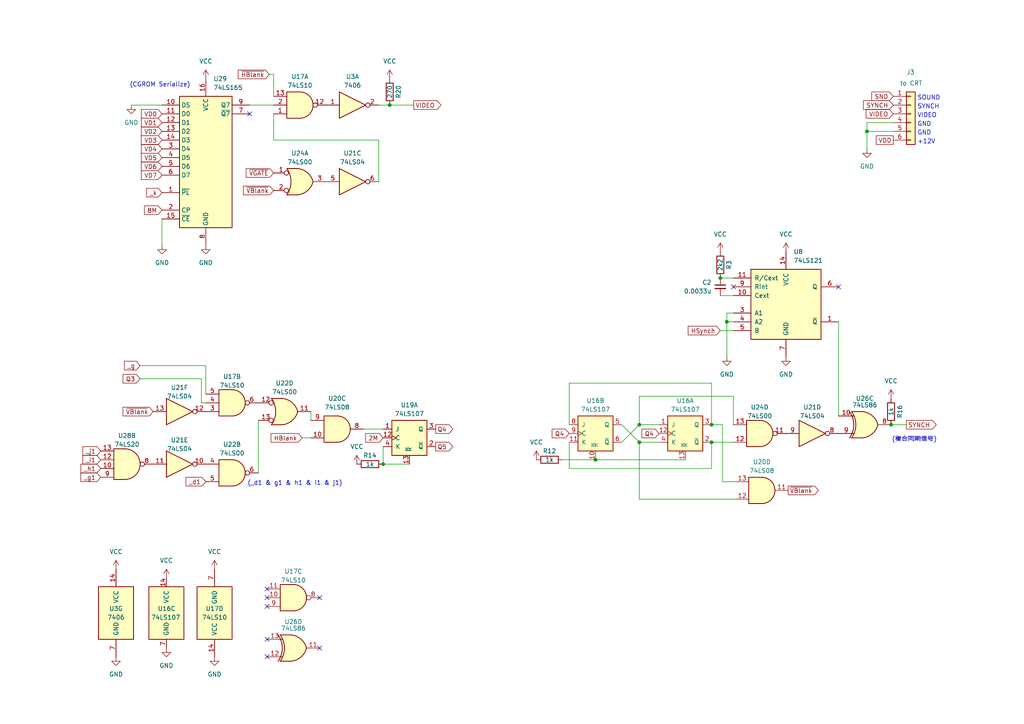
<source format=kicad_sch>
(kicad_sch (version 20230121) (generator eeschema)
  (paper "A4")
  (title_block (title "VIDEO GENERATOR") (date "2023-08-08") (comment 1 "U17 AB/U20 BC/U21 CDEF/U22 BD/U24 AD/U26 C/U28 B") (comment 2 "U16/U19 A") (comment 3 "U8 U29"))
  (lib_symbols
    (symbol "74xx:74LS00" (pin_names (offset 1.016))
      (property "Reference" "U" (at 0 1.27 0))
      (property "Value" "74LS00" (at 0 -1.27 0))
      (symbol "74LS00_1_1"
        (pin input line (at -7.62 2.54 0) (length 3.81) (name "~") (number "1"))
        (pin input line (at -7.62 -2.54 0) (length 3.81) (name "~") (number "2"))
        (pin output inverted (at 7.62 0 180) (length 3.81) (name "~") (number "3"))
      )
      (symbol "74LS00_1_2"
        (pin input inverted (at -7.62 2.54 0) (length 4.318) (name "~") (number "1"))
        (pin input inverted (at -7.62 -2.54 0) (length 4.318) (name "~") (number "2"))
        (pin output line (at 7.62 0 180) (length 3.81) (name "~") (number "3"))
      )
      (symbol "74LS00_2_1"
        (pin input line (at -7.62 2.54 0) (length 3.81) (name "~") (number "4"))
        (pin input line (at -7.62 -2.54 0) (length 3.81) (name "~") (number "5"))
        (pin output inverted (at 7.62 0 180) (length 3.81) (name "~") (number "6"))
      )
      (symbol "74LS00_2_2"
        (pin input inverted (at -7.62 2.54 0) (length 4.318) (name "~") (number "4"))
        (pin input inverted (at -7.62 -2.54 0) (length 4.318) (name "~") (number "5"))
        (pin output line (at 7.62 0 180) (length 3.81) (name "~") (number "6"))
      )
      (symbol "74LS00_3_1"
        (pin input line (at -7.62 -2.54 0) (length 3.81) (name "~") (number "10"))
        (pin output inverted (at 7.62 0 180) (length 3.81) (name "~") (number "8"))
        (pin input line (at -7.62 2.54 0) (length 3.81) (name "~") (number "9"))
      )
      (symbol "74LS00_3_2"
        (pin input inverted (at -7.62 -2.54 0) (length 4.318) (name "~") (number "10"))
        (pin output line (at 7.62 0 180) (length 3.81) (name "~") (number "8"))
        (pin input inverted (at -7.62 2.54 0) (length 4.318) (name "~") (number "9"))
      )
      (symbol "74LS00_4_1"
        (pin output inverted (at 7.62 0 180) (length 3.81) (name "~") (number "11"))
        (pin input line (at -7.62 2.54 0) (length 3.81) (name "~") (number "12"))
        (pin input line (at -7.62 -2.54 0) (length 3.81) (name "~") (number "13"))
      )
      (symbol "74LS00_4_2"
        (pin output line (at 7.62 0 180) (length 3.81) (name "~") (number "11"))
        (pin input inverted (at -7.62 2.54 0) (length 4.318) (name "~") (number "12"))
        (pin input inverted (at -7.62 -2.54 0) (length 4.318) (name "~") (number "13"))
      )
      (symbol "74LS00_5_0"
        (pin power_in line (at 0 12.7 270) (length 5.08) (name "VCC") (number "14"))
        (pin power_in line (at 0 -12.7 90) (length 5.08) (name "GND") (number "7"))
      )
    )
    (symbol "74xx:74LS04"
      (property "Reference" "U" (at 0 1.27 0))
      (property "Value" "74LS04" (at 0 -1.27 0))
      (symbol "74LS04_1_0"
        (pin input line (at -7.62 0 0) (length 3.81) (name "~") (number "1"))
        (pin output inverted (at 7.62 0 180) (length 3.81) (name "~") (number "2"))
      )
      (symbol "74LS04_2_0"
        (pin input line (at -7.62 0 0) (length 3.81) (name "~") (number "3"))
        (pin output inverted (at 7.62 0 180) (length 3.81) (name "~") (number "4"))
      )
      (symbol "74LS04_3_0"
        (pin input line (at -7.62 0 0) (length 3.81) (name "~") (number "5"))
        (pin output inverted (at 7.62 0 180) (length 3.81) (name "~") (number "6"))
      )
      (symbol "74LS04_4_0"
        (pin output inverted (at 7.62 0 180) (length 3.81) (name "~") (number "8"))
        (pin input line (at -7.62 0 0) (length 3.81) (name "~") (number "9"))
      )
      (symbol "74LS04_5_0"
        (pin output inverted (at 7.62 0 180) (length 3.81) (name "~") (number "10"))
        (pin input line (at -7.62 0 0) (length 3.81) (name "~") (number "11"))
      )
      (symbol "74LS04_6_0"
        (pin output inverted (at 7.62 0 180) (length 3.81) (name "~") (number "12"))
        (pin input line (at -7.62 0 0) (length 3.81) (name "~") (number "13"))
      )
      (symbol "74LS04_7_0"
        (pin power_in line (at 0 12.7 270) (length 5.08) (name "VCC") (number "14"))
        (pin power_in line (at 0 -12.7 90) (length 5.08) (name "GND") (number "7"))
      )
    )
    (symbol "74xx:74LS06" (pin_names (offset 1.016))
      (property "Reference" "U" (at 0 1.27 0))
      (property "Value" "74LS06" (at 0 -1.27 0))
      (symbol "74LS06_1_0"
        (pin input line (at -7.62 0 0) (length 3.81) (name "~") (number "1"))
        (pin open_collector inverted (at 7.62 0 180) (length 3.81) (name "~") (number "2"))
      )
      (symbol "74LS06_2_0"
        (pin input line (at -7.62 0 0) (length 3.81) (name "~") (number "3"))
        (pin open_collector inverted (at 7.62 0 180) (length 3.81) (name "~") (number "4"))
      )
      (symbol "74LS06_3_0"
        (pin input line (at -7.62 0 0) (length 3.81) (name "~") (number "5"))
        (pin open_collector inverted (at 7.62 0 180) (length 3.81) (name "~") (number "6"))
      )
      (symbol "74LS06_4_0"
        (pin open_collector inverted (at 7.62 0 180) (length 3.81) (name "~") (number "8"))
        (pin input line (at -7.62 0 0) (length 3.81) (name "~") (number "9"))
      )
      (symbol "74LS06_5_0"
        (pin open_collector inverted (at 7.62 0 180) (length 3.81) (name "~") (number "10"))
        (pin input line (at -7.62 0 0) (length 3.81) (name "~") (number "11"))
      )
      (symbol "74LS06_6_0"
        (pin open_collector inverted (at 7.62 0 180) (length 3.81) (name "~") (number "12"))
        (pin input line (at -7.62 0 0) (length 3.81) (name "~") (number "13"))
      )
      (symbol "74LS06_7_0"
        (pin power_in line (at 0 12.7 270) (length 5.08) (name "VCC") (number "14"))
        (pin power_in line (at 0 -12.7 90) (length 5.08) (name "GND") (number "7"))
      )
    )
    (symbol "74xx:74LS08" (pin_names (offset 1.016))
      (property "Reference" "U" (at 0 1.27 0))
      (property "Value" "74LS08" (at 0 -1.27 0))
      (symbol "74LS08_1_1"
        (pin input line (at -7.62 2.54 0) (length 3.81) (name "~") (number "1"))
        (pin input line (at -7.62 -2.54 0) (length 3.81) (name "~") (number "2"))
        (pin output line (at 7.62 0 180) (length 3.81) (name "~") (number "3"))
      )
      (symbol "74LS08_1_2"
        (pin input inverted (at -7.62 2.54 0) (length 4.318) (name "~") (number "1"))
        (pin input inverted (at -7.62 -2.54 0) (length 4.318) (name "~") (number "2"))
        (pin output inverted (at 7.62 0 180) (length 3.81) (name "~") (number "3"))
      )
      (symbol "74LS08_2_1"
        (pin input line (at -7.62 2.54 0) (length 3.81) (name "~") (number "4"))
        (pin input line (at -7.62 -2.54 0) (length 3.81) (name "~") (number "5"))
        (pin output line (at 7.62 0 180) (length 3.81) (name "~") (number "6"))
      )
      (symbol "74LS08_2_2"
        (pin input inverted (at -7.62 2.54 0) (length 4.318) (name "~") (number "4"))
        (pin input inverted (at -7.62 -2.54 0) (length 4.318) (name "~") (number "5"))
        (pin output inverted (at 7.62 0 180) (length 3.81) (name "~") (number "6"))
      )
      (symbol "74LS08_3_1"
        (pin input line (at -7.62 -2.54 0) (length 3.81) (name "~") (number "10"))
        (pin output line (at 7.62 0 180) (length 3.81) (name "~") (number "8"))
        (pin input line (at -7.62 2.54 0) (length 3.81) (name "~") (number "9"))
      )
      (symbol "74LS08_3_2"
        (pin input inverted (at -7.62 -2.54 0) (length 4.318) (name "~") (number "10"))
        (pin output inverted (at 7.62 0 180) (length 3.81) (name "~") (number "8"))
        (pin input inverted (at -7.62 2.54 0) (length 4.318) (name "~") (number "9"))
      )
      (symbol "74LS08_4_1"
        (pin output line (at 7.62 0 180) (length 3.81) (name "~") (number "11"))
        (pin input line (at -7.62 2.54 0) (length 3.81) (name "~") (number "12"))
        (pin input line (at -7.62 -2.54 0) (length 3.81) (name "~") (number "13"))
      )
      (symbol "74LS08_4_2"
        (pin output inverted (at 7.62 0 180) (length 3.81) (name "~") (number "11"))
        (pin input inverted (at -7.62 2.54 0) (length 4.318) (name "~") (number "12"))
        (pin input inverted (at -7.62 -2.54 0) (length 4.318) (name "~") (number "13"))
      )
      (symbol "74LS08_5_0"
        (pin power_in line (at 0 12.7 270) (length 5.08) (name "VCC") (number "14"))
        (pin power_in line (at 0 -12.7 90) (length 5.08) (name "GND") (number "7"))
      )
    )
    (symbol "74xx:74LS10" (pin_names (offset 1.016))
      (property "Reference" "U" (at 0 1.27 0))
      (property "Value" "74LS10" (at 0 -1.27 0))
      (symbol "74LS10_1_1"
        (pin input line (at -7.62 2.54 0) (length 3.81) (name "~") (number "1"))
        (pin output inverted (at 7.62 0 180) (length 3.81) (name "~") (number "12"))
        (pin input line (at -7.62 -2.54 0) (length 3.81) (name "~") (number "13"))
        (pin input line (at -7.62 0 0) (length 3.81) (name "~") (number "2"))
      )
      (symbol "74LS10_1_2"
        (pin input inverted (at -7.62 2.54 0) (length 4.318) (name "~") (number "1"))
        (pin output line (at 7.62 0 180) (length 3.81) (name "~") (number "12"))
        (pin input inverted (at -7.62 -2.54 0) (length 4.318) (name "~") (number "13"))
        (pin input inverted (at -7.62 0 0) (length 4.953) (name "~") (number "2"))
      )
      (symbol "74LS10_2_1"
        (pin input line (at -7.62 2.54 0) (length 3.81) (name "~") (number "3"))
        (pin input line (at -7.62 0 0) (length 3.81) (name "~") (number "4"))
        (pin input line (at -7.62 -2.54 0) (length 3.81) (name "~") (number "5"))
        (pin output inverted (at 7.62 0 180) (length 3.81) (name "~") (number "6"))
      )
      (symbol "74LS10_2_2"
        (pin input inverted (at -7.62 2.54 0) (length 4.318) (name "~") (number "3"))
        (pin input inverted (at -7.62 0 0) (length 4.953) (name "~") (number "4"))
        (pin input inverted (at -7.62 -2.54 0) (length 4.318) (name "~") (number "5"))
        (pin output line (at 7.62 0 180) (length 3.81) (name "~") (number "6"))
      )
      (symbol "74LS10_3_1"
        (pin input line (at -7.62 0 0) (length 3.81) (name "~") (number "10"))
        (pin input line (at -7.62 -2.54 0) (length 3.81) (name "~") (number "11"))
        (pin output inverted (at 7.62 0 180) (length 3.81) (name "~") (number "8"))
        (pin input line (at -7.62 2.54 0) (length 3.81) (name "~") (number "9"))
      )
      (symbol "74LS10_3_2"
        (pin input inverted (at -7.62 0 0) (length 4.953) (name "~") (number "10"))
        (pin input inverted (at -7.62 -2.54 0) (length 4.318) (name "~") (number "11"))
        (pin output line (at 7.62 0 180) (length 3.81) (name "~") (number "8"))
        (pin input inverted (at -7.62 2.54 0) (length 4.318) (name "~") (number "9"))
      )
      (symbol "74LS10_4_0"
        (pin power_in line (at 0 12.7 270) (length 5.08) (name "VCC") (number "14"))
        (pin power_in line (at 0 -12.7 90) (length 5.08) (name "GND") (number "7"))
      )
    )
    (symbol "74xx:74LS107" (pin_names (offset 1.016))
      (property "Reference" "U" (at -7.62 8.89 0))
      (property "Value" "74LS107" (at -7.62 -8.89 0))
      (symbol "74LS107_1_0"
        (pin input line (at -7.62 2.54 0) (length 2.54) (name "J") (number "1"))
        (pin input clock (at -7.62 0 0) (length 2.54) (name "C") (number "12"))
        (pin input line (at 0 -7.62 90) (length 2.54) (name "~{R}") (number "13"))
        (pin output line (at 7.62 -2.54 180) (length 2.54) (name "~{Q}") (number "2"))
        (pin output line (at 7.62 2.54 180) (length 2.54) (name "Q") (number "3"))
        (pin input line (at -7.62 -2.54 0) (length 2.54) (name "K") (number "4"))
      )
      (symbol "74LS107_2_0"
        (pin input line (at 0 -7.62 90) (length 2.54) (name "~{R}") (number "10"))
        (pin input line (at -7.62 -2.54 0) (length 2.54) (name "K") (number "11"))
        (pin output line (at 7.62 2.54 180) (length 2.54) (name "Q") (number "5"))
        (pin output line (at 7.62 -2.54 180) (length 2.54) (name "~{Q}") (number "6"))
        (pin input line (at -7.62 2.54 0) (length 2.54) (name "J") (number "8"))
        (pin input clock (at -7.62 0 0) (length 2.54) (name "C") (number "9"))
      )
      (symbol "74LS107_3_0"
        (pin power_in line (at 0 10.16 270) (length 2.54) (name "VCC") (number "14"))
        (pin power_in line (at 0 -10.16 90) (length 2.54) (name "GND") (number "7"))
      )
    )
    (symbol "74xx:74LS121" (pin_names (offset 1.016))
      (property "Reference" "U" (at -7.62 11.43 0))
      (property "Value" "74LS121" (at -7.62 -11.43 0))
      (symbol "74LS121_1_0"
        (pin output line (at 15.24 -5.08 180) (length 5.08) (name "~{Q}") (number "1"))
        (pin input line (at -15.24 2.54 0) (length 5.08) (name "Cext") (number "10"))
        (pin input line (at -15.24 7.62 0) (length 5.08) (name "R/Cext") (number "11"))
        (pin power_in line (at 0 15.24 270) (length 5.08) (name "VCC") (number "14"))
        (pin input line (at -15.24 -2.54 0) (length 5.08) (name "A1") (number "3"))
        (pin input line (at -15.24 -5.08 0) (length 5.08) (name "A2") (number "4"))
        (pin input line (at -15.24 -7.62 0) (length 5.08) (name "B") (number "5"))
        (pin output line (at 15.24 5.08 180) (length 5.08) (name "Q") (number "6"))
        (pin power_in line (at 0 -15.24 90) (length 5.08) (name "GND") (number "7"))
        (pin input line (at -15.24 5.08 0) (length 5.08) (name "Rint") (number "9"))
      )
    )
    (symbol "74xx:74LS165"
      (property "Reference" "U" (at -7.62 19.05 0))
      (property "Value" "74LS165" (at -7.62 -21.59 0))
      (symbol "74LS165_1_0"
        (pin input line (at -12.7 -10.16 0) (length 5.08) (name "~{PL}") (number "1"))
        (pin input line (at -12.7 15.24 0) (length 5.08) (name "DS") (number "10"))
        (pin input line (at -12.7 12.7 0) (length 5.08) (name "D0") (number "11"))
        (pin input line (at -12.7 10.16 0) (length 5.08) (name "D1") (number "12"))
        (pin input line (at -12.7 7.62 0) (length 5.08) (name "D2") (number "13"))
        (pin input line (at -12.7 5.08 0) (length 5.08) (name "D3") (number "14"))
        (pin input line (at -12.7 -17.78 0) (length 5.08) (name "~{CE}") (number "15"))
        (pin power_in line (at 0 22.86 270) (length 5.08) (name "VCC") (number "16"))
        (pin input line (at -12.7 -15.24 0) (length 5.08) (name "CP") (number "2"))
        (pin input line (at -12.7 2.54 0) (length 5.08) (name "D4") (number "3"))
        (pin input line (at -12.7 0 0) (length 5.08) (name "D5") (number "4"))
        (pin input line (at -12.7 -2.54 0) (length 5.08) (name "D6") (number "5"))
        (pin input line (at -12.7 -5.08 0) (length 5.08) (name "D7") (number "6"))
        (pin output line (at 12.7 12.7 180) (length 5.08) (name "~{Q7}") (number "7"))
        (pin power_in line (at 0 -25.4 90) (length 5.08) (name "GND") (number "8"))
        (pin output line (at 12.7 15.24 180) (length 5.08) (name "Q7") (number "9"))
      )
    )
    (symbol "74xx:74LS20" (pin_names (offset 1.016))
      (property "Reference" "U" (at 0 1.27 0))
      (property "Value" "74LS20" (at 0 -1.27 0))
      (symbol "74LS20_1_1"
        (pin input line (at -7.62 3.81 0) (length 3.81) (name "~") (number "1"))
        (pin input line (at -7.62 1.27 0) (length 3.81) (name "~") (number "2"))
        (pin input line (at -7.62 -1.27 0) (length 3.81) (name "~") (number "4"))
        (pin input line (at -7.62 -3.81 0) (length 3.81) (name "~") (number "5"))
        (pin output inverted (at 7.62 0 180) (length 3.81) (name "~") (number "6"))
      )
      (symbol "74LS20_1_2"
        (pin input inverted (at -7.62 3.81 0) (length 3.81) (name "~") (number "1"))
        (pin input inverted (at -7.62 1.27 0) (length 4.826) (name "~") (number "2"))
        (pin input inverted (at -7.62 -1.27 0) (length 4.826) (name "~") (number "4"))
        (pin input inverted (at -7.62 -3.81 0) (length 3.81) (name "~") (number "5"))
        (pin output line (at 7.62 0 180) (length 3.81) (name "~") (number "6"))
      )
      (symbol "74LS20_2_1"
        (pin input line (at -7.62 1.27 0) (length 3.81) (name "~") (number "10"))
        (pin input line (at -7.62 -1.27 0) (length 3.81) (name "~") (number "12"))
        (pin input line (at -7.62 -3.81 0) (length 3.81) (name "~") (number "13"))
        (pin output inverted (at 7.62 0 180) (length 3.81) (name "~") (number "8"))
        (pin input line (at -7.62 3.81 0) (length 3.81) (name "~") (number "9"))
      )
      (symbol "74LS20_2_2"
        (pin input inverted (at -7.62 1.27 0) (length 4.826) (name "~") (number "10"))
        (pin input inverted (at -7.62 -1.27 0) (length 4.826) (name "~") (number "12"))
        (pin input inverted (at -7.62 -3.81 0) (length 3.81) (name "~") (number "13"))
        (pin output line (at 7.62 0 180) (length 3.81) (name "~") (number "8"))
        (pin input inverted (at -7.62 3.81 0) (length 3.81) (name "~") (number "9"))
      )
      (symbol "74LS20_3_0"
        (pin power_in line (at 0 12.7 270) (length 5.08) (name "VCC") (number "14"))
        (pin power_in line (at 0 -12.7 90) (length 5.08) (name "GND") (number "7"))
      )
    )
    (symbol "74xx:74LS86" (pin_names (offset 1.016))
      (property "Reference" "U" (at 0 1.27 0))
      (property "Value" "74LS86" (at 0 -1.27 0))
      (symbol "74LS86_1_0"
        (pin input line (at -7.62 2.54 0) (length 4.445) (name "~") (number "1"))
        (pin input line (at -7.62 -2.54 0) (length 4.445) (name "~") (number "2"))
        (pin output line (at 7.62 0 180) (length 3.81) (name "~") (number "3"))
      )
      (symbol "74LS86_2_0"
        (pin input line (at -7.62 2.54 0) (length 4.445) (name "~") (number "4"))
        (pin input line (at -7.62 -2.54 0) (length 4.445) (name "~") (number "5"))
        (pin output line (at 7.62 0 180) (length 3.81) (name "~") (number "6"))
      )
      (symbol "74LS86_3_0"
        (pin input line (at -7.62 -2.54 0) (length 4.445) (name "~") (number "10"))
        (pin output line (at 7.62 0 180) (length 3.81) (name "~") (number "8"))
        (pin input line (at -7.62 2.54 0) (length 4.445) (name "~") (number "9"))
      )
      (symbol "74LS86_4_0"
        (pin output line (at 7.62 0 180) (length 3.81) (name "~") (number "11"))
        (pin input line (at -7.62 2.54 0) (length 4.445) (name "~") (number "12"))
        (pin input line (at -7.62 -2.54 0) (length 4.445) (name "~") (number "13"))
      )
      (symbol "74LS86_5_0"
        (pin power_in line (at 0 12.7 270) (length 5.08) (name "VCC") (number "14"))
        (pin power_in line (at 0 -12.7 90) (length 5.08) (name "GND") (number "7"))
      )
    )
    (symbol "Connector_Generic:Conn_01x06" (pin_names (offset 1.016) hide)
      (property "Reference" "J" (at 0 7.62 0))
      (property "Value" "Conn_01x06" (at 0 -10.16 0))
      (symbol "Conn_01x06_1_1"
        (pin passive line (at -5.08 5.08 0) (length 3.81) (name "Pin_1") (number "1"))
        (pin passive line (at -5.08 2.54 0) (length 3.81) (name "Pin_2") (number "2"))
        (pin passive line (at -5.08 0 0) (length 3.81) (name "Pin_3") (number "3"))
        (pin passive line (at -5.08 -2.54 0) (length 3.81) (name "Pin_4") (number "4"))
        (pin passive line (at -5.08 -5.08 0) (length 3.81) (name "Pin_5") (number "5"))
        (pin passive line (at -5.08 -7.62 0) (length 3.81) (name "Pin_6") (number "6"))
      )
    )
    (symbol "Device:C_Small" (pin_numbers hide) (pin_names (offset 0.254) hide)
      (property "Reference" "C" (at 0.254 1.778 0))
      (property "Value" "C_Small" (at 0.254 -2.032 0))
      (symbol "C_Small_1_1"
        (pin passive line (at 0 2.54 270) (length 2.032) (name "~") (number "1"))
        (pin passive line (at 0 -2.54 90) (length 2.032) (name "~") (number "2"))
      )
    )
    (symbol "Device:R" (pin_numbers hide) (pin_names (offset 0))
      (property "Reference" "R" (at 2.032 0 90))
      (property "Value" "R" (at 0 0 90))
      (symbol "R_1_1"
        (pin passive line (at 0 3.81 270) (length 1.27) (name "~") (number "1"))
        (pin passive line (at 0 -3.81 90) (length 1.27) (name "~") (number "2"))
      )
    )
    (symbol "power:GND" (power) (pin_names (offset 0))
      (property "Value" "GND" (at 0 -3.81 0))
      (symbol "GND_1_1"
        (pin power_in line (at 0 0 270) (length 0) hide (name "GND") (number "1"))
      )
    )
    (symbol "power:VCC" (power) (pin_names (offset 0))
      (property "Value" "VCC" (at 0 3.81 0))
      (symbol "VCC_1_1"
        (pin power_in line (at 0 0 90) (length 0) hide (name "VCC") (number "1"))
      )
    )
  )
  (junction (at 185.42 128.27))
  (junction (at 208.915 80.645))
  (junction (at 111.125 134.62))
  (junction (at 251.46 38.1))
  (junction (at 113.03 30.48))
  (junction (at 206.375 123.19))
  (junction (at 258.445 123.19))
  (junction (at 206.375 128.27))
  (junction (at 210.82 93.345))
  (junction (at 172.72 133.35))
  (junction (at 185.42 123.19))
  (no_connect (at 92.71 173.355))
  (no_connect (at 77.47 170.815))
  (no_connect (at 92.71 187.96))
  (no_connect (at 77.47 190.5))
  (no_connect (at 243.205 83.185))
  (no_connect (at 212.725 83.185))
  (no_connect (at 77.47 173.355))
  (no_connect (at 77.47 185.42))
  (no_connect (at 72.39 33.02))
  (no_connect (at 77.47 175.895))
  (wire (pts (xy 208.915 80.645) (xy 212.725 80.645)))
  (wire (pts (xy 259.08 38.1) (xy 251.46 38.1)))
  (wire (pts (xy 113.03 30.48) (xy 120.015 30.48)))
  (wire (pts (xy 46.99 63.5) (xy 46.99 71.12)))
  (wire (pts (xy 163.195 133.35) (xy 172.72 133.35)))
  (wire (pts (xy 165.1 135.89) (xy 206.375 135.89)))
  (wire (pts (xy 87.63 127) (xy 90.17 127)))
  (wire (pts (xy 90.17 119.38) (xy 90.17 121.92)))
  (wire (pts (xy 172.72 133.35) (xy 198.755 133.35)))
  (wire (pts (xy 59.69 106.045) (xy 40.64 106.045)))
  (wire (pts (xy 111.125 134.62) (xy 118.745 134.62)))
  (wire (pts (xy 79.375 33.02) (xy 79.375 40.64)))
  (wire (pts (xy 185.42 128.27) (xy 191.135 128.27)))
  (wire (pts (xy 58.42 116.84) (xy 58.42 109.855)))
  (wire (pts (xy 206.375 135.89) (xy 206.375 128.27)))
  (wire (pts (xy 109.855 40.64) (xy 109.855 52.705)))
  (wire (pts (xy 251.46 35.56) (xy 259.08 35.56)))
  (wire (pts (xy 72.39 30.48) (xy 79.375 30.48)))
  (wire (pts (xy 165.1 128.27) (xy 165.1 135.89)))
  (wire (pts (xy 206.375 128.27) (xy 212.725 128.27)))
  (wire (pts (xy 79.375 21.59) (xy 79.375 27.94)))
  (wire (pts (xy 74.93 121.92) (xy 74.93 137.16)))
  (wire (pts (xy 210.82 90.805) (xy 212.725 90.805)))
  (wire (pts (xy 105.41 124.46) (xy 111.125 124.46)))
  (wire (pts (xy 210.82 103.505) (xy 210.82 93.345)))
  (wire (pts (xy 251.46 38.1) (xy 251.46 35.56)))
  (wire (pts (xy 59.69 116.84) (xy 58.42 116.84)))
  (wire (pts (xy 206.375 123.19) (xy 209.55 123.19)))
  (wire (pts (xy 251.46 38.1) (xy 251.46 43.18)))
  (wire (pts (xy 258.445 123.19) (xy 262.89 123.19)))
  (wire (pts (xy 109.855 30.48) (xy 113.03 30.48)))
  (wire (pts (xy 243.205 93.345) (xy 243.205 120.65)))
  (wire (pts (xy 185.42 123.19) (xy 191.135 123.19)))
  (wire (pts (xy 208.915 95.885) (xy 212.725 95.885)))
  (wire (pts (xy 180.34 128.27) (xy 185.42 123.19)))
  (wire (pts (xy 79.375 40.64) (xy 109.855 40.64)))
  (wire (pts (xy 206.375 111.125) (xy 206.375 123.19)))
  (wire (pts (xy 185.42 128.27) (xy 185.42 144.78)))
  (wire (pts (xy 58.42 109.855) (xy 40.64 109.855)))
  (wire (pts (xy 210.82 93.345) (xy 210.82 90.805)))
  (wire (pts (xy 213.36 144.78) (xy 185.42 144.78)))
  (wire (pts (xy 208.915 85.725) (xy 212.725 85.725)))
  (wire (pts (xy 59.69 114.3) (xy 59.69 106.045)))
  (wire (pts (xy 165.1 123.19) (xy 165.1 111.125)))
  (wire (pts (xy 212.725 114.935) (xy 212.725 123.19)))
  (wire (pts (xy 209.55 139.7) (xy 213.36 139.7)))
  (wire (pts (xy 78.105 21.59) (xy 79.375 21.59)))
  (wire (pts (xy 111.125 129.54) (xy 111.125 134.62)))
  (wire (pts (xy 180.34 123.19) (xy 185.42 128.27)))
  (wire (pts (xy 185.42 114.935) (xy 212.725 114.935)))
  (wire (pts (xy 185.42 123.19) (xy 185.42 114.935)))
  (wire (pts (xy 209.55 123.19) (xy 209.55 139.7)))
  (wire (pts (xy 38.1 30.48) (xy 46.99 30.48)))
  (wire (pts (xy 210.82 93.345) (xy 212.725 93.345)))
  (wire (pts (xy 165.1 111.125) (xy 206.375 111.125)))
  (text "SOUND" (at 266.065 29.21 0) (effects (font (size 1.27 1.27)) (justify left bottom)))
  (text "(_d1 & g1 & h1 & i1 & j1)" (at 71.755 140.97 0) (effects (font (size 1.27 1.27)) (justify left bottom)))
  (text "SYNCH" (at 266.065 31.75 0) (effects (font (size 1.27 1.27)) (justify left bottom)))
  (text "GND" (at 266.065 36.83 0) (effects (font (size 1.27 1.27)) (justify left bottom)))
  (text "VIDEO" (at 266.065 34.29 0) (effects (font (size 1.27 1.27)) (justify left bottom)))
  (text "+12V" (at 266.065 41.91 0) (effects (font (size 1.27 1.27)) (justify left bottom)))
  (text "(CGROM Serialize)" (at 55.245 25.4 0) (effects (font (size 1.27 1.27)) (justify right bottom)))
  (text "(複合同期信号)" (at 271.78 128.27 0) (effects (font (size 1.27 1.27)) (justify right bottom)))
  (text "GND" (at 266.065 39.37 0) (effects (font (size 1.27 1.27)) (justify left bottom)))
  (global_label "~{VBlank}" (shape input) (at 79.375 55.245 180) (property "Intersheetrefs" "${INTERSHEET_REFS}" (effects hide)))
  (global_label "VD3" (shape input) (at 46.99 40.64 180) (property "Intersheetrefs" "${INTERSHEET_REFS}" (effects hide)))
  (global_label "_g1" (shape input) (at 29.21 138.43 180) (property "Intersheetrefs" "${INTERSHEET_REFS}" (effects hide)))
  (global_label "VDD" (shape passive) (at 259.08 40.64 180) (property "Intersheetrefs" "${INTERSHEET_REFS}" (effects hide)))
  (global_label "Q4" (shape output) (at 126.365 124.46 0) (property "Intersheetrefs" "${INTERSHEET_REFS}" (effects hide)))
  (global_label "_g" (shape input) (at 40.64 106.045 180) (property "Intersheetrefs" "${INTERSHEET_REFS}" (effects hide)))
  (global_label "Q4" (shape input) (at 191.135 125.73 180) (property "Intersheetrefs" "${INTERSHEET_REFS}" (effects hide)))
  (global_label "8M" (shape input) (at 46.99 60.96 180) (property "Intersheetrefs" "${INTERSHEET_REFS}" (effects hide)))
  (global_label "~{VGATE}" (shape input) (at 79.375 50.165 180) (property "Intersheetrefs" "${INTERSHEET_REFS}" (effects hide)))
  (global_label "2M" (shape input) (at 111.125 127 180) (property "Intersheetrefs" "${INTERSHEET_REFS}" (effects hide)))
  (global_label "Q3" (shape input) (at 40.64 109.855 180) (property "Intersheetrefs" "${INTERSHEET_REFS}" (effects hide)))
  (global_label "VD1" (shape input) (at 46.99 35.56 180) (property "Intersheetrefs" "${INTERSHEET_REFS}" (effects hide)))
  (global_label "_i1" (shape input) (at 29.21 133.35 180) (property "Intersheetrefs" "${INTERSHEET_REFS}" (effects hide)))
  (global_label "~{VBlank}" (shape input) (at 44.45 119.38 180) (property "Intersheetrefs" "${INTERSHEET_REFS}" (effects hide)))
  (global_label "HSynch" (shape input) (at 208.915 95.885 180) (property "Intersheetrefs" "${INTERSHEET_REFS}" (effects hide)))
  (global_label "_j1" (shape input) (at 29.21 130.81 180) (property "Intersheetrefs" "${INTERSHEET_REFS}" (effects hide)))
  (global_label "~{HBlank}" (shape input) (at 78.105 21.59 180) (property "Intersheetrefs" "${INTERSHEET_REFS}" (effects hide)))
  (global_label "HBlank" (shape input) (at 87.63 127 180) (property "Intersheetrefs" "${INTERSHEET_REFS}" (effects hide)))
  (global_label "~{VBlank}" (shape output) (at 228.6 142.24 0) (property "Intersheetrefs" "${INTERSHEET_REFS}" (effects hide)))
  (global_label "_d1" (shape input) (at 59.69 139.7 180) (property "Intersheetrefs" "${INTERSHEET_REFS}" (effects hide)))
  (global_label "VD7" (shape input) (at 46.99 50.8 180) (property "Intersheetrefs" "${INTERSHEET_REFS}" (effects hide)))
  (global_label "VD0" (shape input) (at 46.99 33.02 180) (property "Intersheetrefs" "${INTERSHEET_REFS}" (effects hide)))
  (global_label "Q5" (shape output) (at 126.365 129.54 0) (property "Intersheetrefs" "${INTERSHEET_REFS}" (effects hide)))
  (global_label "VIDEO" (shape output) (at 120.015 30.48 0) (property "Intersheetrefs" "${INTERSHEET_REFS}" (effects hide)))
  (global_label "VD4" (shape input) (at 46.99 43.18 180) (property "Intersheetrefs" "${INTERSHEET_REFS}" (effects hide)))
  (global_label "VIDEO" (shape input) (at 259.08 33.02 180) (property "Intersheetrefs" "${INTERSHEET_REFS}" (effects hide)))
  (global_label "_h1" (shape input) (at 29.21 135.89 180) (property "Intersheetrefs" "${INTERSHEET_REFS}" (effects hide)))
  (global_label "_k" (shape input) (at 46.99 55.88 180) (property "Intersheetrefs" "${INTERSHEET_REFS}" (effects hide)))
  (global_label "SYNCH" (shape output) (at 262.89 123.19 0) (property "Intersheetrefs" "${INTERSHEET_REFS}" (effects hide)))
  (global_label "VD5" (shape input) (at 46.99 45.72 180) (property "Intersheetrefs" "${INTERSHEET_REFS}" (effects hide)))
  (global_label "VD2" (shape input) (at 46.99 38.1 180) (property "Intersheetrefs" "${INTERSHEET_REFS}" (effects hide)))
  (global_label "VD6" (shape input) (at 46.99 48.26 180) (property "Intersheetrefs" "${INTERSHEET_REFS}" (effects hide)))
  (global_label "Q4" (shape input) (at 165.1 125.73 180) (property "Intersheetrefs" "${INTERSHEET_REFS}" (effects hide)))
  (global_label "SYNCH" (shape input) (at 259.08 30.48 180) (property "Intersheetrefs" "${INTERSHEET_REFS}" (effects hide)))
  (global_label "SND" (shape input) (at 259.08 27.94 180) (property "Intersheetrefs" "${INTERSHEET_REFS}" (effects hide)))
  (symbol (lib_id "74xx:74LS00") (at 86.995 52.705 0) (unit 1) (convert 2)
    (property "Reference" "U24" (at 86.9867 44.45 0))
    (property "Value" "74LS00" (at 86.9867 46.99 0))
    (property "Footprint" "Package_DIP:DIP-14_W7.62mm" (effects hide))
    (property "Datasheet" "http://www.ti.com/lit/gpn/sn74ls00" (effects hide))
  )
  (symbol (lib_id "power:GND") (at 251.46 43.18 0) (unit 1)
    (property "Reference" "#PWR0197" (effects hide))
    (property "Value" "GND" (at 251.46 48.26 0))
  )
  (symbol (lib_id "74xx:74LS04") (at 235.585 125.73 0) (unit 4)
    (property "Reference" "U21" (at 235.585 118.11 0))
    (property "Value" "74LS04" (at 235.585 120.65 0))
    (property "Footprint" "Package_DIP:DIP-14_W7.62mm" (effects hide))
    (property "Datasheet" "http://www.ti.com/lit/gpn/sn74LS04" (effects hide))
  )
  (symbol (lib_id "74xx:74LS00") (at 67.31 137.16 0) (unit 2)
    (property "Reference" "U22" (at 67.3017 128.905 0))
    (property "Value" "74LS00" (at 67.3017 131.445 0))
    (property "Footprint" "Package_DIP:DIP-14_W7.62mm" (effects hide))
    (property "Datasheet" "http://www.ti.com/lit/gpn/sn74ls00" (effects hide))
  )
  (symbol (lib_id "74xx:74LS86") (at 250.825 123.19 0) (mirror x) (unit 3)
    (property "Reference" "U26" (at 250.825 115.57 0))
    (property "Value" "74LS86" (at 250.825 117.475 0))
    (property "Footprint" "Package_DIP:DIP-14_W7.62mm" (effects hide))
    (property "Datasheet" "74xx/74ls86.pdf" (effects hide))
  )
  (symbol (lib_id "power:GND") (at 33.655 190.5 0) (unit 1)
    (property "Reference" "#PWR0240" (effects hide))
    (property "Value" "GND" (at 33.655 195.58 0))
  )
  (symbol (lib_id "74xx:74LS10") (at 86.995 30.48 0) (mirror x) (unit 1)
    (property "Reference" "U17" (at 86.995 22.225 0))
    (property "Value" "74LS10" (at 86.995 24.765 0))
    (property "Footprint" "Package_DIP:DIP-14_W7.62mm" (effects hide))
    (property "Datasheet" "http://www.ti.com/lit/gpn/sn74LS10" (effects hide))
  )
  (symbol (lib_id "74xx:74LS10") (at 67.31 116.84 0) (mirror x) (unit 2)
    (property "Reference" "U17" (at 67.31 109.22 0))
    (property "Value" "74LS10" (at 67.31 111.76 0))
    (property "Footprint" "Package_DIP:DIP-14_W7.62mm" (effects hide))
    (property "Datasheet" "http://www.ti.com/lit/gpn/sn74LS10" (effects hide))
  )
  (symbol (lib_id "74xx:74LS04") (at 52.07 119.38 0) (unit 6)
    (property "Reference" "U21" (at 52.07 112.395 0))
    (property "Value" "74LS04" (at 52.07 114.935 0))
    (property "Footprint" "Package_DIP:DIP-14_W7.62mm" (effects hide))
    (property "Datasheet" "http://www.ti.com/lit/gpn/sn74LS04" (effects hide))
  )
  (symbol (lib_id "74xx:74LS10") (at 62.23 177.8 0) (mirror x) (unit 4)
    (property "Reference" "U17" (at 62.23 176.53 0))
    (property "Value" "74LS10" (at 62.23 179.07 0))
    (property "Footprint" "Package_DIP:DIP-14_W7.62mm" (effects hide))
    (property "Datasheet" "http://www.ti.com/lit/gpn/sn74LS10" (effects hide))
  )
  (symbol (lib_id "Device:R") (at 107.315 134.62 90) (unit 1)
    (property "Reference" "R14" (at 107.315 132.08 90))
    (property "Value" "1k" (at 107.315 134.62 90))
  )
  (symbol (lib_id "Device:C_Small") (at 208.915 83.185 0) (mirror y) (unit 1)
    (property "Reference" "C2" (at 206.375 81.9213 0) (effects (justify left)))
    (property "Value" "0.0033u" (at 206.375 84.4613 0) (effects (justify left)))
  )
  (symbol (lib_id "power:VCC") (at 59.69 22.86 0) (unit 1)
    (property "Reference" "#PWR0186" (effects hide))
    (property "Value" "VCC" (at 59.69 17.78 0))
  )
  (symbol (lib_id "power:VCC") (at 62.23 165.1 0) (unit 1)
    (property "Reference" "#PWR0234" (effects hide))
    (property "Value" "VCC" (at 62.23 160.02 0))
  )
  (symbol (lib_id "74xx:74LS107") (at 198.755 125.73 0) (unit 1)
    (property "Reference" "U16" (at 198.755 116.205 0))
    (property "Value" "74LS107" (at 198.755 118.745 0))
    (property "Footprint" "Package_DIP:DIP-14_W7.62mm" (effects hide))
    (property "Datasheet" "http://www.ti.com/lit/gpn/sn74LS107" (effects hide))
  )
  (symbol (lib_id "Device:R") (at 258.445 119.38 180) (unit 1)
    (property "Reference" "R16" (at 260.985 119.38 90))
    (property "Value" "1k" (at 258.445 119.38 90))
  )
  (symbol (lib_id "Device:R") (at 113.03 26.67 0) (unit 1)
    (property "Reference" "R20" (at 115.57 28.575 90) (effects (justify left)))
    (property "Value" "270" (at 113.03 28.575 90) (effects (justify left)))
  )
  (symbol (lib_id "74xx:74LS08") (at 220.98 142.24 0) (mirror x) (unit 4)
    (property "Reference" "U20" (at 220.98 133.985 0))
    (property "Value" "74LS08" (at 220.98 136.525 0))
    (property "Footprint" "Package_DIP:DIP-14_W7.62mm" (effects hide))
    (property "Datasheet" "http://www.ti.com/lit/gpn/sn74LS08" (effects hide))
  )
  (symbol (lib_id "74xx:74LS06") (at 33.655 177.8 0) (unit 7)
    (property "Reference" "U3" (at 33.655 176.53 0))
    (property "Value" "7406" (at 33.655 179.07 0))
    (property "Footprint" "Package_DIP:DIP-14_W7.62mm" (effects hide))
    (property "Datasheet" "http://www.ti.com/lit/gpn/sn74LS06" (effects hide))
  )
  (symbol (lib_id "74xx:74LS107") (at 172.72 125.73 0) (unit 2)
    (property "Reference" "U16" (at 172.72 116.205 0))
    (property "Value" "74LS107" (at 172.72 118.745 0))
    (property "Footprint" "Package_DIP:DIP-14_W7.62mm" (effects hide))
    (property "Datasheet" "http://www.ti.com/lit/gpn/sn74LS107" (effects hide))
  )
  (symbol (lib_id "Connector_Generic:Conn_01x06") (at 264.16 33.02 0) (unit 1)
    (property "Reference" "J3" (at 262.89 20.955 0) (effects (justify left)))
    (property "Value" "to CRT" (at 260.985 24.13 0) (effects (justify left)))
    (property "Footprint" "Connector_PinHeader_2.54mm:PinHeader_1x06_P2.54mm_Vertical" (effects hide))
  )
  (symbol (lib_id "power:GND") (at 48.26 187.96 0) (unit 1)
    (property "Reference" "#PWR0231" (effects hide))
    (property "Value" "GND" (at 48.26 193.04 0))
  )
  (symbol (lib_id "power:VCC") (at 103.505 134.62 0) (unit 1)
    (property "Reference" "#PWR0190" (effects hide))
    (property "Value" "VCC" (at 103.505 129.54 0))
  )
  (symbol (lib_id "power:VCC") (at 208.915 73.025 0) (unit 1)
    (property "Reference" "#PWR0196" (effects hide))
    (property "Value" "VCC" (at 208.915 67.945 0))
  )
  (symbol (lib_id "power:VCC") (at 113.03 22.86 0) (unit 1)
    (property "Reference" "#PWR0189" (effects hide))
    (property "Value" "VCC" (at 113.03 17.78 0))
  )
  (symbol (lib_id "power:GND") (at 62.23 190.5 0) (unit 1)
    (property "Reference" "#PWR0233" (effects hide))
    (property "Value" "GND" (at 62.23 195.58 0))
  )
  (symbol (lib_id "Device:R") (at 159.385 133.35 90) (unit 1)
    (property "Reference" "R12" (at 159.385 130.81 90))
    (property "Value" "1k" (at 159.385 133.35 90))
  )
  (symbol (lib_id "power:VCC") (at 33.655 165.1 0) (unit 1)
    (property "Reference" "#PWR0239" (effects hide))
    (property "Value" "VCC" (at 33.655 160.02 0))
  )
  (symbol (lib_id "74xx:74LS165") (at 59.69 45.72 0) (unit 1)
    (property "Reference" "U29" (at 61.8841 22.86 0) (effects (justify left)))
    (property "Value" "74LS165" (at 61.8841 25.4 0) (effects (justify left)))
    (property "Footprint" "Package_DIP:DIP-16_W7.62mm" (effects hide))
    (property "Datasheet" "https://www.ti.com/lit/ds/symlink/sn74ls165a.pdf" (effects hide))
  )
  (symbol (lib_id "power:VCC") (at 48.26 167.64 0) (unit 1)
    (property "Reference" "#PWR0232" (effects hide))
    (property "Value" "VCC" (at 48.26 162.56 0))
  )
  (symbol (lib_id "Device:R") (at 208.915 76.835 180) (unit 1)
    (property "Reference" "R3" (at 211.455 76.835 90))
    (property "Value" "2k2" (at 208.915 76.835 90))
  )
  (symbol (lib_id "74xx:74LS107") (at 118.745 127 0) (unit 1)
    (property "Reference" "U19" (at 118.745 117.475 0))
    (property "Value" "74LS107" (at 118.745 120.015 0))
    (property "Footprint" "Package_DIP:DIP-14_W7.62mm" (effects hide))
    (property "Datasheet" "http://www.ti.com/lit/gpn/sn74LS107" (effects hide))
  )
  (symbol (lib_id "74xx:74LS06") (at 102.235 30.48 0) (unit 1)
    (property "Reference" "U3" (at 102.235 22.225 0))
    (property "Value" "7406" (at 102.235 24.765 0))
    (property "Footprint" "Package_DIP:DIP-14_W7.62mm" (effects hide))
    (property "Datasheet" "http://www.ti.com/lit/gpn/sn74LS06" (effects hide))
  )
  (symbol (lib_id "74xx:74LS107") (at 48.26 177.8 0) (unit 3)
    (property "Reference" "U16" (at 45.72 176.53 0) (effects (justify left)))
    (property "Value" "74LS107" (at 43.815 179.07 0) (effects (justify left)))
    (property "Footprint" "Package_DIP:DIP-14_W7.62mm" (effects hide))
    (property "Datasheet" "http://www.ti.com/lit/gpn/sn74LS107" (effects hide))
  )
  (symbol (lib_id "power:GND") (at 46.99 71.12 0) (unit 1)
    (property "Reference" "#PWR0187" (effects hide))
    (property "Value" "GND" (at 46.99 76.2 0))
  )
  (symbol (lib_id "power:VCC") (at 227.965 73.025 0) (unit 1)
    (property "Reference" "#PWR0192" (effects hide))
    (property "Value" "VCC" (at 227.965 67.945 0))
  )
  (symbol (lib_id "74xx:74LS08") (at 97.79 124.46 0) (unit 3)
    (property "Reference" "U20" (at 97.7817 115.57 0))
    (property "Value" "74LS08" (at 97.7817 118.11 0))
    (property "Footprint" "Package_DIP:DIP-14_W7.62mm" (effects hide))
    (property "Datasheet" "http://www.ti.com/lit/gpn/sn74LS08" (effects hide))
  )
  (symbol (lib_id "74xx:74LS04") (at 52.07 134.62 0) (unit 5)
    (property "Reference" "U21" (at 52.07 127.635 0))
    (property "Value" "74LS04" (at 52.07 130.175 0))
    (property "Footprint" "Package_DIP:DIP-14_W7.62mm" (effects hide))
    (property "Datasheet" "http://www.ti.com/lit/gpn/sn74LS04" (effects hide))
  )
  (symbol (lib_id "power:GND") (at 227.965 103.505 0) (unit 1)
    (property "Reference" "#PWR0193" (effects hide))
    (property "Value" "GND" (at 227.965 108.585 0))
  )
  (symbol (lib_id "power:GND") (at 59.69 71.12 0) (unit 1)
    (property "Reference" "#PWR0185" (effects hide))
    (property "Value" "GND" (at 59.69 76.2 0))
  )
  (symbol (lib_id "74xx:74LS121") (at 227.965 88.265 0) (unit 1)
    (property "Reference" "U8" (at 230.1591 73.025 0) (effects (justify left)))
    (property "Value" "74LS121" (at 230.1591 75.565 0) (effects (justify left)))
    (property "Footprint" "Package_DIP:DIP-10_W7.62mm" (effects hide))
    (property "Datasheet" "http://www.ti.com/lit/gpn/sn74121" (effects hide))
  )
  (symbol (lib_id "74xx:74LS10") (at 85.09 173.355 0) (mirror x) (unit 3)
    (property "Reference" "U17" (at 85.09 165.735 0))
    (property "Value" "74LS10" (at 85.09 168.275 0))
    (property "Footprint" "Package_DIP:DIP-14_W7.62mm" (effects hide))
    (property "Datasheet" "http://www.ti.com/lit/gpn/sn74LS10" (effects hide))
  )
  (symbol (lib_id "74xx:74LS00") (at 220.345 125.73 0) (mirror x) (unit 4)
    (property "Reference" "U24" (at 220.345 118.11 0))
    (property "Value" "74LS00" (at 220.345 120.65 0))
    (property "Footprint" "Package_DIP:DIP-14_W7.62mm" (effects hide))
    (property "Datasheet" "http://www.ti.com/lit/gpn/sn74ls00" (effects hide))
  )
  (symbol (lib_id "74xx:74LS04") (at 102.235 52.705 0) (unit 3)
    (property "Reference" "U21" (at 102.235 44.45 0))
    (property "Value" "74LS04" (at 102.235 46.99 0))
    (property "Footprint" "Package_DIP:DIP-14_W7.62mm" (effects hide))
    (property "Datasheet" "http://www.ti.com/lit/gpn/sn74LS04" (effects hide))
  )
  (symbol (lib_id "74xx:74LS86") (at 85.09 187.96 0) (mirror x) (unit 4)
    (property "Reference" "U26" (at 85.09 180.34 0))
    (property "Value" "74LS86" (at 85.09 182.245 0))
    (property "Footprint" "Package_DIP:DIP-14_W7.62mm" (effects hide))
    (property "Datasheet" "74xx/74ls86.pdf" (effects hide))
  )
  (symbol (lib_id "power:VCC") (at 258.445 115.57 0) (unit 1)
    (property "Reference" "#PWR0195" (effects hide))
    (property "Value" "VCC" (at 258.445 110.49 0))
  )
  (symbol (lib_id "74xx:74LS20") (at 36.83 134.62 0) (mirror x) (unit 2)
    (property "Reference" "U28" (at 36.83 126.365 0))
    (property "Value" "74LS20" (at 36.83 128.905 0))
    (property "Footprint" "Package_DIP:DIP-12_W7.62mm" (effects hide))
    (property "Datasheet" "http://www.ti.com/lit/gpn/sn74LS20" (effects hide))
  )
  (symbol (lib_id "power:GND") (at 210.82 103.505 0) (unit 1)
    (property "Reference" "#PWR0194" (effects hide))
    (property "Value" "GND" (at 210.82 108.585 0))
  )
  (symbol (lib_id "power:VCC") (at 155.575 133.35 0) (unit 1)
    (property "Reference" "#PWR0191" (effects hide))
    (property "Value" "VCC" (at 155.575 128.27 0))
  )
  (symbol (lib_id "power:GND") (at 38.1 30.48 0) (unit 1)
    (property "Reference" "#PWR0188" (effects hide))
    (property "Value" "GND" (at 38.1 35.56 0))
  )
  (symbol (lib_id "74xx:74LS00") (at 82.55 119.38 0) (unit 4) (convert 2)
    (property "Reference" "U22" (at 82.55 111.125 0))
    (property "Value" "74LS00" (at 82.55 113.665 0))
    (property "Footprint" "Package_DIP:DIP-14_W7.62mm" (effects hide))
    (property "Datasheet" "http://www.ti.com/lit/gpn/sn74ls00" (effects hide))
  )
)
</source>
